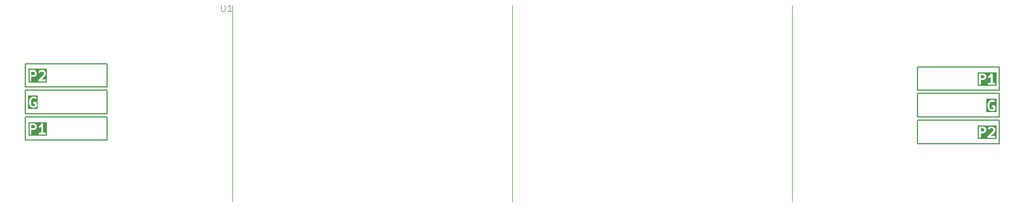
<source format=gbr>
%TF.GenerationSoftware,KiCad,Pcbnew,8.0.2*%
%TF.CreationDate,2024-05-21T15:52:10+02:00*%
%TF.ProjectId,HYDRA_VMM3_Adapter,48594452-415f-4564-9d4d-335f41646170,0*%
%TF.SameCoordinates,Original*%
%TF.FileFunction,Legend,Top*%
%TF.FilePolarity,Positive*%
%FSLAX46Y46*%
G04 Gerber Fmt 4.6, Leading zero omitted, Abs format (unit mm)*
G04 Created by KiCad (PCBNEW 8.0.2) date 2024-05-21 15:52:10*
%MOMM*%
%LPD*%
G01*
G04 APERTURE LIST*
%ADD10C,0.200000*%
%ADD11C,0.300000*%
%ADD12C,0.100000*%
G04 APERTURE END LIST*
D10*
X170425000Y-68882500D02*
X183325000Y-68882500D01*
X183325000Y-72582500D01*
X170425000Y-72582500D01*
X170425000Y-68882500D01*
X30025000Y-64157500D02*
X42925000Y-64157500D01*
X42925000Y-67857500D01*
X30025000Y-67857500D01*
X30025000Y-64157500D01*
X30025000Y-68357500D02*
X42925000Y-68357500D01*
X42925000Y-72057500D01*
X30025000Y-72057500D01*
X30025000Y-68357500D01*
X30025000Y-59957500D02*
X42925000Y-59957500D01*
X42925000Y-63657500D01*
X30025000Y-63657500D01*
X30025000Y-59957500D01*
X170425000Y-60482500D02*
X183325000Y-60482500D01*
X183325000Y-64182500D01*
X170425000Y-64182500D01*
X170425000Y-60482500D01*
X170425000Y-64682500D02*
X183325000Y-64682500D01*
X183325000Y-68382500D01*
X170425000Y-68382500D01*
X170425000Y-64682500D01*
D11*
G36*
X32053320Y-67120995D02*
G01*
X30491415Y-67120995D01*
X30491415Y-65947185D01*
X30658082Y-65947185D01*
X30660523Y-66153542D01*
X30658259Y-66168762D01*
X30660916Y-66186732D01*
X30660964Y-66190735D01*
X30661811Y-66192779D01*
X30662561Y-66197851D01*
X30733818Y-66472471D01*
X30734837Y-66486804D01*
X30743225Y-66508724D01*
X30743882Y-66511256D01*
X30744526Y-66512126D01*
X30745346Y-66514267D01*
X30819356Y-66656810D01*
X30826218Y-66673377D01*
X30830953Y-66679147D01*
X30832440Y-66682010D01*
X30835433Y-66684606D01*
X30844873Y-66696108D01*
X30973790Y-66821853D01*
X30975297Y-66824867D01*
X30989582Y-66837257D01*
X31010460Y-66857621D01*
X31015439Y-66859683D01*
X31019511Y-66863215D01*
X31046362Y-66875203D01*
X31260991Y-66944061D01*
X31278818Y-66951446D01*
X31286306Y-66952183D01*
X31289322Y-66953151D01*
X31293276Y-66952869D01*
X31308082Y-66954328D01*
X31452289Y-66951913D01*
X31469699Y-66953151D01*
X31476958Y-66951500D01*
X31480203Y-66951446D01*
X31483860Y-66949930D01*
X31498373Y-66946631D01*
X31690936Y-66880018D01*
X31694489Y-66880018D01*
X31712483Y-66872564D01*
X31739510Y-66863215D01*
X31743583Y-66859681D01*
X31748561Y-66857620D01*
X31771292Y-66838965D01*
X31861374Y-66744806D01*
X31881545Y-66696108D01*
X31883771Y-66690735D01*
X31886653Y-66661471D01*
X31883771Y-66132207D01*
X31861373Y-66078135D01*
X31819989Y-66036751D01*
X31765917Y-66014353D01*
X31736653Y-66011471D01*
X31421675Y-66014353D01*
X31367603Y-66036751D01*
X31326219Y-66078135D01*
X31303821Y-66132207D01*
X31303821Y-66190735D01*
X31326219Y-66244807D01*
X31367603Y-66286191D01*
X31421675Y-66308589D01*
X31450939Y-66311471D01*
X31587462Y-66310221D01*
X31589034Y-66598838D01*
X31586594Y-66601388D01*
X31432674Y-66654633D01*
X31337447Y-66656228D01*
X31177332Y-66604859D01*
X31076623Y-66506627D01*
X31023192Y-66403720D01*
X30957974Y-66152373D01*
X30955865Y-65974160D01*
X31016225Y-65723249D01*
X31070108Y-65611246D01*
X31171071Y-65507736D01*
X31326075Y-65454115D01*
X31483879Y-65452247D01*
X31625606Y-65520430D01*
X31683986Y-65524579D01*
X31739508Y-65506072D01*
X31783724Y-65467725D01*
X31809898Y-65415376D01*
X31814047Y-65356996D01*
X31795539Y-65301473D01*
X31757193Y-65257258D01*
X31732307Y-65241593D01*
X31607782Y-65181686D01*
X31605704Y-65179608D01*
X31589572Y-65172926D01*
X31561987Y-65159655D01*
X31556612Y-65159273D01*
X31551632Y-65157210D01*
X31522368Y-65154328D01*
X31308376Y-65156860D01*
X31289321Y-65155506D01*
X31281992Y-65157172D01*
X31278818Y-65157210D01*
X31275156Y-65158726D01*
X31260647Y-65162026D01*
X31068087Y-65228639D01*
X31064533Y-65228639D01*
X31046524Y-65236098D01*
X31019511Y-65245443D01*
X31015441Y-65248972D01*
X31010460Y-65251036D01*
X30987730Y-65269691D01*
X30846708Y-65414271D01*
X30832440Y-65426646D01*
X30828439Y-65433001D01*
X30826218Y-65435279D01*
X30824702Y-65438938D01*
X30816775Y-65451532D01*
X30751632Y-65586939D01*
X30743882Y-65597400D01*
X30736038Y-65619354D01*
X30734837Y-65621852D01*
X30734760Y-65622932D01*
X30733989Y-65625091D01*
X30667120Y-65903059D01*
X30660964Y-65917921D01*
X30659175Y-65936086D01*
X30658259Y-65939894D01*
X30658584Y-65942081D01*
X30658082Y-65947185D01*
X30491415Y-65947185D01*
X30491415Y-64987661D01*
X32053320Y-64987661D01*
X32053320Y-67120995D01*
G37*
G36*
X180878384Y-61820180D02*
G01*
X180917050Y-61857171D01*
X180963724Y-61947068D01*
X180965426Y-62090839D01*
X180922493Y-62180081D01*
X180885502Y-62218746D01*
X180796044Y-62265193D01*
X180404578Y-62267071D01*
X180403657Y-61778620D01*
X180788162Y-61776775D01*
X180878384Y-61820180D01*
G37*
G36*
X182855703Y-63445995D02*
G01*
X179939536Y-63445995D01*
X179939536Y-61629328D01*
X180106203Y-61629328D01*
X180109085Y-63158592D01*
X180131483Y-63212664D01*
X180172867Y-63254048D01*
X180226939Y-63276446D01*
X180285467Y-63276446D01*
X180339539Y-63254048D01*
X180380923Y-63212664D01*
X180403321Y-63158592D01*
X180406203Y-63129328D01*
X180405138Y-62564327D01*
X180804512Y-62562411D01*
X180808870Y-62563864D01*
X180831111Y-62562283D01*
X180856896Y-62562160D01*
X180861874Y-62560097D01*
X180867250Y-62559716D01*
X180894714Y-62549206D01*
X181037255Y-62475197D01*
X181053824Y-62468335D01*
X181059594Y-62463599D01*
X181062457Y-62462113D01*
X181065053Y-62459119D01*
X181076555Y-62449680D01*
X181148456Y-62374524D01*
X181160417Y-62364152D01*
X181164334Y-62357928D01*
X181166639Y-62355520D01*
X181168155Y-62351858D01*
X181176082Y-62339267D01*
X181235988Y-62214741D01*
X181238066Y-62212664D01*
X181244744Y-62196541D01*
X181258020Y-62168946D01*
X181258401Y-62163570D01*
X181260464Y-62158592D01*
X181263346Y-62129328D01*
X181262279Y-62039139D01*
X181535953Y-62039139D01*
X181540102Y-62097519D01*
X181566276Y-62149868D01*
X181610491Y-62188215D01*
X181666014Y-62206722D01*
X181724394Y-62202573D01*
X181751857Y-62192064D01*
X181894399Y-62118054D01*
X181910967Y-62111192D01*
X181916737Y-62106456D01*
X181919600Y-62104970D01*
X181922196Y-62101976D01*
X181933698Y-62092537D01*
X181964160Y-62061306D01*
X181965893Y-62981200D01*
X181655511Y-62982210D01*
X181601439Y-63004608D01*
X181560055Y-63045992D01*
X181537657Y-63100064D01*
X181537657Y-63158592D01*
X181560055Y-63212664D01*
X181601439Y-63254048D01*
X181655511Y-63276446D01*
X181684775Y-63279328D01*
X182571182Y-63276446D01*
X182625254Y-63254048D01*
X182666638Y-63212664D01*
X182689036Y-63158592D01*
X182689036Y-63100064D01*
X182666638Y-63045992D01*
X182625254Y-63004608D01*
X182571182Y-62982210D01*
X182541918Y-62979328D01*
X182263065Y-62980234D01*
X182260545Y-61643327D01*
X182263346Y-61629170D01*
X182260491Y-61614900D01*
X182260464Y-61600064D01*
X182254780Y-61586343D01*
X182251868Y-61571781D01*
X182243689Y-61559568D01*
X182238066Y-61545992D01*
X182227567Y-61535493D01*
X182219302Y-61523151D01*
X182207071Y-61514997D01*
X182196682Y-61504608D01*
X182182963Y-61498925D01*
X182170603Y-61490685D01*
X182156184Y-61487832D01*
X182142610Y-61482210D01*
X182127759Y-61482210D01*
X182113189Y-61479328D01*
X182098779Y-61482210D01*
X182084082Y-61482210D01*
X182070360Y-61487893D01*
X182055799Y-61490806D01*
X182043586Y-61498984D01*
X182030010Y-61504608D01*
X182019511Y-61515106D01*
X182007169Y-61523372D01*
X181988737Y-61545880D01*
X181988626Y-61545992D01*
X181988605Y-61546042D01*
X181988539Y-61546123D01*
X181862187Y-61739839D01*
X181744218Y-61860786D01*
X181592807Y-61939401D01*
X181554460Y-61983616D01*
X181535953Y-62039139D01*
X181262279Y-62039139D01*
X181261071Y-61937094D01*
X181262168Y-61933804D01*
X181260805Y-61914625D01*
X181260464Y-61885778D01*
X181258401Y-61880799D01*
X181258020Y-61875424D01*
X181247510Y-61847961D01*
X181173501Y-61705418D01*
X181166638Y-61688849D01*
X181161902Y-61683078D01*
X181160417Y-61680218D01*
X181157425Y-61677623D01*
X181147983Y-61666118D01*
X181072836Y-61594225D01*
X181062457Y-61582258D01*
X181056228Y-61578337D01*
X181053823Y-61576036D01*
X181050166Y-61574521D01*
X181037571Y-61566593D01*
X180913046Y-61506686D01*
X180910968Y-61504608D01*
X180894836Y-61497926D01*
X180867251Y-61484655D01*
X180861876Y-61484273D01*
X180856896Y-61482210D01*
X180827632Y-61479328D01*
X180226939Y-61482210D01*
X180172867Y-61504608D01*
X180131483Y-61545992D01*
X180109085Y-61600064D01*
X180106203Y-61629328D01*
X179939536Y-61629328D01*
X179939536Y-61312661D01*
X182855703Y-61312661D01*
X182855703Y-63445995D01*
G37*
G36*
X180878384Y-70220180D02*
G01*
X180917050Y-70257171D01*
X180963724Y-70347068D01*
X180965426Y-70490839D01*
X180922493Y-70580081D01*
X180885502Y-70618746D01*
X180796044Y-70665193D01*
X180404578Y-70667071D01*
X180403657Y-70178620D01*
X180788162Y-70176775D01*
X180878384Y-70220180D01*
G37*
G36*
X182858585Y-71845995D02*
G01*
X179939536Y-71845995D01*
X179939536Y-70029328D01*
X180106203Y-70029328D01*
X180109085Y-71558592D01*
X180131483Y-71612664D01*
X180172867Y-71654048D01*
X180226939Y-71676446D01*
X180285467Y-71676446D01*
X180339539Y-71654048D01*
X180380923Y-71612664D01*
X180403321Y-71558592D01*
X180406203Y-71529328D01*
X180406148Y-71500065D01*
X181466228Y-71500065D01*
X181466228Y-71558591D01*
X181488625Y-71612663D01*
X181530011Y-71654049D01*
X181561685Y-71667168D01*
X181584082Y-71676446D01*
X181613346Y-71679328D01*
X182571182Y-71676446D01*
X182625254Y-71654048D01*
X182666638Y-71612664D01*
X182689036Y-71558592D01*
X182689036Y-71500064D01*
X182666638Y-71445992D01*
X182625254Y-71404608D01*
X182571182Y-71382210D01*
X182541918Y-71379328D01*
X181972586Y-71381041D01*
X182557983Y-70792920D01*
X182562455Y-70790685D01*
X182577667Y-70773145D01*
X182595210Y-70755521D01*
X182597273Y-70750539D01*
X182600803Y-70746470D01*
X182612791Y-70719620D01*
X182681648Y-70504999D01*
X182689036Y-70487164D01*
X182689773Y-70479672D01*
X182690740Y-70476661D01*
X182690459Y-70472711D01*
X182691918Y-70457900D01*
X182689883Y-70336373D01*
X182690740Y-70333803D01*
X182689562Y-70317238D01*
X182689036Y-70285778D01*
X182686972Y-70280797D01*
X182686591Y-70275423D01*
X182676082Y-70247959D01*
X182602071Y-70105416D01*
X182595210Y-70088849D01*
X182590473Y-70083077D01*
X182588988Y-70080217D01*
X182585995Y-70077621D01*
X182576555Y-70066119D01*
X182501405Y-69994222D01*
X182491029Y-69982258D01*
X182484803Y-69978339D01*
X182482396Y-69976036D01*
X182478736Y-69974520D01*
X182466143Y-69966593D01*
X182341615Y-69906684D01*
X182339539Y-69904608D01*
X182323421Y-69897931D01*
X182295822Y-69884654D01*
X182290444Y-69884271D01*
X182285467Y-69882210D01*
X182256203Y-69879328D01*
X181921770Y-69881822D01*
X181917822Y-69880506D01*
X181896659Y-69882009D01*
X181869797Y-69882210D01*
X181864819Y-69884271D01*
X181859442Y-69884654D01*
X181831979Y-69895164D01*
X181689436Y-69969173D01*
X181672867Y-69976036D01*
X181667095Y-69980772D01*
X181664235Y-69982258D01*
X181661639Y-69985250D01*
X181650137Y-69994691D01*
X181560054Y-70088850D01*
X181537657Y-70142922D01*
X181537657Y-70201448D01*
X181560054Y-70255520D01*
X181601440Y-70296906D01*
X181655512Y-70319303D01*
X181714038Y-70319303D01*
X181768110Y-70296906D01*
X181790841Y-70278251D01*
X181841189Y-70225624D01*
X181930813Y-70179091D01*
X182217107Y-70176955D01*
X182306957Y-70220181D01*
X182345621Y-70257171D01*
X182392459Y-70347382D01*
X182393818Y-70428536D01*
X182342663Y-70587979D01*
X181488625Y-71445993D01*
X181466228Y-71500065D01*
X180406148Y-71500065D01*
X180405138Y-70964327D01*
X180804512Y-70962411D01*
X180808870Y-70963864D01*
X180831111Y-70962283D01*
X180856896Y-70962160D01*
X180861874Y-70960097D01*
X180867250Y-70959716D01*
X180894714Y-70949206D01*
X181037255Y-70875197D01*
X181053824Y-70868335D01*
X181059594Y-70863599D01*
X181062457Y-70862113D01*
X181065053Y-70859119D01*
X181076555Y-70849680D01*
X181148456Y-70774524D01*
X181160417Y-70764152D01*
X181164334Y-70757928D01*
X181166639Y-70755520D01*
X181168155Y-70751858D01*
X181176082Y-70739267D01*
X181235988Y-70614741D01*
X181238066Y-70612664D01*
X181244744Y-70596541D01*
X181258020Y-70568946D01*
X181258401Y-70563570D01*
X181260464Y-70558592D01*
X181263346Y-70529328D01*
X181261071Y-70337094D01*
X181262168Y-70333804D01*
X181260805Y-70314625D01*
X181260464Y-70285778D01*
X181258401Y-70280799D01*
X181258020Y-70275424D01*
X181247510Y-70247961D01*
X181173501Y-70105418D01*
X181166638Y-70088849D01*
X181161902Y-70083078D01*
X181160417Y-70080218D01*
X181157425Y-70077623D01*
X181147983Y-70066118D01*
X181072836Y-69994225D01*
X181062457Y-69982258D01*
X181056228Y-69978337D01*
X181053823Y-69976036D01*
X181050166Y-69974521D01*
X181037571Y-69966593D01*
X180913046Y-69906686D01*
X180910968Y-69904608D01*
X180894836Y-69897926D01*
X180867251Y-69884655D01*
X180861876Y-69884273D01*
X180856896Y-69882210D01*
X180827632Y-69879328D01*
X180226939Y-69882210D01*
X180172867Y-69904608D01*
X180131483Y-69945992D01*
X180109085Y-70000064D01*
X180106203Y-70029328D01*
X179939536Y-70029328D01*
X179939536Y-69712661D01*
X182858585Y-69712661D01*
X182858585Y-71845995D01*
G37*
G36*
X31501691Y-69695180D02*
G01*
X31540357Y-69732171D01*
X31587031Y-69822068D01*
X31588733Y-69965839D01*
X31545800Y-70055081D01*
X31508809Y-70093746D01*
X31419351Y-70140193D01*
X31027885Y-70142071D01*
X31026964Y-69653620D01*
X31411469Y-69651775D01*
X31501691Y-69695180D01*
G37*
G36*
X33479010Y-71320995D02*
G01*
X30562843Y-71320995D01*
X30562843Y-69504328D01*
X30729510Y-69504328D01*
X30732392Y-71033592D01*
X30754790Y-71087664D01*
X30796174Y-71129048D01*
X30850246Y-71151446D01*
X30908774Y-71151446D01*
X30962846Y-71129048D01*
X31004230Y-71087664D01*
X31026628Y-71033592D01*
X31029510Y-71004328D01*
X31028445Y-70439327D01*
X31427819Y-70437411D01*
X31432177Y-70438864D01*
X31454418Y-70437283D01*
X31480203Y-70437160D01*
X31485181Y-70435097D01*
X31490557Y-70434716D01*
X31518021Y-70424206D01*
X31660562Y-70350197D01*
X31677131Y-70343335D01*
X31682901Y-70338599D01*
X31685764Y-70337113D01*
X31688360Y-70334119D01*
X31699862Y-70324680D01*
X31771763Y-70249524D01*
X31783724Y-70239152D01*
X31787641Y-70232928D01*
X31789946Y-70230520D01*
X31791462Y-70226858D01*
X31799389Y-70214267D01*
X31859295Y-70089741D01*
X31861373Y-70087664D01*
X31868051Y-70071541D01*
X31881327Y-70043946D01*
X31881708Y-70038570D01*
X31883771Y-70033592D01*
X31886653Y-70004328D01*
X31885586Y-69914139D01*
X32159260Y-69914139D01*
X32163409Y-69972519D01*
X32189583Y-70024868D01*
X32233798Y-70063215D01*
X32289321Y-70081722D01*
X32347701Y-70077573D01*
X32375164Y-70067064D01*
X32517706Y-69993054D01*
X32534274Y-69986192D01*
X32540044Y-69981456D01*
X32542907Y-69979970D01*
X32545503Y-69976976D01*
X32557005Y-69967537D01*
X32587467Y-69936306D01*
X32589200Y-70856200D01*
X32278818Y-70857210D01*
X32224746Y-70879608D01*
X32183362Y-70920992D01*
X32160964Y-70975064D01*
X32160964Y-71033592D01*
X32183362Y-71087664D01*
X32224746Y-71129048D01*
X32278818Y-71151446D01*
X32308082Y-71154328D01*
X33194489Y-71151446D01*
X33248561Y-71129048D01*
X33289945Y-71087664D01*
X33312343Y-71033592D01*
X33312343Y-70975064D01*
X33289945Y-70920992D01*
X33248561Y-70879608D01*
X33194489Y-70857210D01*
X33165225Y-70854328D01*
X32886372Y-70855234D01*
X32883852Y-69518327D01*
X32886653Y-69504170D01*
X32883798Y-69489900D01*
X32883771Y-69475064D01*
X32878087Y-69461343D01*
X32875175Y-69446781D01*
X32866996Y-69434568D01*
X32861373Y-69420992D01*
X32850874Y-69410493D01*
X32842609Y-69398151D01*
X32830378Y-69389997D01*
X32819989Y-69379608D01*
X32806270Y-69373925D01*
X32793910Y-69365685D01*
X32779491Y-69362832D01*
X32765917Y-69357210D01*
X32751066Y-69357210D01*
X32736496Y-69354328D01*
X32722086Y-69357210D01*
X32707389Y-69357210D01*
X32693667Y-69362893D01*
X32679106Y-69365806D01*
X32666893Y-69373984D01*
X32653317Y-69379608D01*
X32642818Y-69390106D01*
X32630476Y-69398372D01*
X32612044Y-69420880D01*
X32611933Y-69420992D01*
X32611912Y-69421042D01*
X32611846Y-69421123D01*
X32485494Y-69614839D01*
X32367525Y-69735786D01*
X32216114Y-69814401D01*
X32177767Y-69858616D01*
X32159260Y-69914139D01*
X31885586Y-69914139D01*
X31884378Y-69812094D01*
X31885475Y-69808804D01*
X31884112Y-69789625D01*
X31883771Y-69760778D01*
X31881708Y-69755799D01*
X31881327Y-69750424D01*
X31870817Y-69722961D01*
X31796808Y-69580418D01*
X31789945Y-69563849D01*
X31785209Y-69558078D01*
X31783724Y-69555218D01*
X31780732Y-69552623D01*
X31771290Y-69541118D01*
X31696143Y-69469225D01*
X31685764Y-69457258D01*
X31679535Y-69453337D01*
X31677130Y-69451036D01*
X31673473Y-69449521D01*
X31660878Y-69441593D01*
X31536353Y-69381686D01*
X31534275Y-69379608D01*
X31518143Y-69372926D01*
X31490558Y-69359655D01*
X31485183Y-69359273D01*
X31480203Y-69357210D01*
X31450939Y-69354328D01*
X30850246Y-69357210D01*
X30796174Y-69379608D01*
X30754790Y-69420992D01*
X30732392Y-69475064D01*
X30729510Y-69504328D01*
X30562843Y-69504328D01*
X30562843Y-69187661D01*
X33479010Y-69187661D01*
X33479010Y-71320995D01*
G37*
G36*
X31501691Y-61295180D02*
G01*
X31540357Y-61332171D01*
X31587031Y-61422068D01*
X31588733Y-61565839D01*
X31545800Y-61655081D01*
X31508809Y-61693746D01*
X31419351Y-61740193D01*
X31027885Y-61742071D01*
X31026964Y-61253620D01*
X31411469Y-61251775D01*
X31501691Y-61295180D01*
G37*
G36*
X33481892Y-62920995D02*
G01*
X30562843Y-62920995D01*
X30562843Y-61104328D01*
X30729510Y-61104328D01*
X30732392Y-62633592D01*
X30754790Y-62687664D01*
X30796174Y-62729048D01*
X30850246Y-62751446D01*
X30908774Y-62751446D01*
X30962846Y-62729048D01*
X31004230Y-62687664D01*
X31026628Y-62633592D01*
X31029510Y-62604328D01*
X31029455Y-62575065D01*
X32089535Y-62575065D01*
X32089535Y-62633591D01*
X32111932Y-62687663D01*
X32153318Y-62729049D01*
X32184992Y-62742168D01*
X32207389Y-62751446D01*
X32236653Y-62754328D01*
X33194489Y-62751446D01*
X33248561Y-62729048D01*
X33289945Y-62687664D01*
X33312343Y-62633592D01*
X33312343Y-62575064D01*
X33289945Y-62520992D01*
X33248561Y-62479608D01*
X33194489Y-62457210D01*
X33165225Y-62454328D01*
X32595893Y-62456041D01*
X33181290Y-61867920D01*
X33185762Y-61865685D01*
X33200974Y-61848145D01*
X33218517Y-61830521D01*
X33220580Y-61825539D01*
X33224110Y-61821470D01*
X33236098Y-61794620D01*
X33304955Y-61579999D01*
X33312343Y-61562164D01*
X33313080Y-61554672D01*
X33314047Y-61551661D01*
X33313766Y-61547711D01*
X33315225Y-61532900D01*
X33313190Y-61411373D01*
X33314047Y-61408803D01*
X33312869Y-61392238D01*
X33312343Y-61360778D01*
X33310279Y-61355797D01*
X33309898Y-61350423D01*
X33299389Y-61322959D01*
X33225378Y-61180416D01*
X33218517Y-61163849D01*
X33213780Y-61158077D01*
X33212295Y-61155217D01*
X33209302Y-61152621D01*
X33199862Y-61141119D01*
X33124712Y-61069222D01*
X33114336Y-61057258D01*
X33108110Y-61053339D01*
X33105703Y-61051036D01*
X33102043Y-61049520D01*
X33089450Y-61041593D01*
X32964922Y-60981684D01*
X32962846Y-60979608D01*
X32946728Y-60972931D01*
X32919129Y-60959654D01*
X32913751Y-60959271D01*
X32908774Y-60957210D01*
X32879510Y-60954328D01*
X32545077Y-60956822D01*
X32541129Y-60955506D01*
X32519966Y-60957009D01*
X32493104Y-60957210D01*
X32488126Y-60959271D01*
X32482749Y-60959654D01*
X32455286Y-60970164D01*
X32312743Y-61044173D01*
X32296174Y-61051036D01*
X32290402Y-61055772D01*
X32287542Y-61057258D01*
X32284946Y-61060250D01*
X32273444Y-61069691D01*
X32183361Y-61163850D01*
X32160964Y-61217922D01*
X32160964Y-61276448D01*
X32183361Y-61330520D01*
X32224747Y-61371906D01*
X32278819Y-61394303D01*
X32337345Y-61394303D01*
X32391417Y-61371906D01*
X32414148Y-61353251D01*
X32464496Y-61300624D01*
X32554120Y-61254091D01*
X32840414Y-61251955D01*
X32930264Y-61295181D01*
X32968928Y-61332171D01*
X33015766Y-61422382D01*
X33017125Y-61503536D01*
X32965970Y-61662979D01*
X32111932Y-62520993D01*
X32089535Y-62575065D01*
X31029455Y-62575065D01*
X31028445Y-62039327D01*
X31427819Y-62037411D01*
X31432177Y-62038864D01*
X31454418Y-62037283D01*
X31480203Y-62037160D01*
X31485181Y-62035097D01*
X31490557Y-62034716D01*
X31518021Y-62024206D01*
X31660562Y-61950197D01*
X31677131Y-61943335D01*
X31682901Y-61938599D01*
X31685764Y-61937113D01*
X31688360Y-61934119D01*
X31699862Y-61924680D01*
X31771763Y-61849524D01*
X31783724Y-61839152D01*
X31787641Y-61832928D01*
X31789946Y-61830520D01*
X31791462Y-61826858D01*
X31799389Y-61814267D01*
X31859295Y-61689741D01*
X31861373Y-61687664D01*
X31868051Y-61671541D01*
X31881327Y-61643946D01*
X31881708Y-61638570D01*
X31883771Y-61633592D01*
X31886653Y-61604328D01*
X31884378Y-61412094D01*
X31885475Y-61408804D01*
X31884112Y-61389625D01*
X31883771Y-61360778D01*
X31881708Y-61355799D01*
X31881327Y-61350424D01*
X31870817Y-61322961D01*
X31796808Y-61180418D01*
X31789945Y-61163849D01*
X31785209Y-61158078D01*
X31783724Y-61155218D01*
X31780732Y-61152623D01*
X31771290Y-61141118D01*
X31696143Y-61069225D01*
X31685764Y-61057258D01*
X31679535Y-61053337D01*
X31677130Y-61051036D01*
X31673473Y-61049521D01*
X31660878Y-61041593D01*
X31536353Y-60981686D01*
X31534275Y-60979608D01*
X31518143Y-60972926D01*
X31490558Y-60959655D01*
X31485183Y-60959273D01*
X31480203Y-60957210D01*
X31450939Y-60954328D01*
X30850246Y-60957210D01*
X30796174Y-60979608D01*
X30754790Y-61020992D01*
X30732392Y-61075064D01*
X30729510Y-61104328D01*
X30562843Y-61104328D01*
X30562843Y-60787661D01*
X33481892Y-60787661D01*
X33481892Y-62920995D01*
G37*
G36*
X182858584Y-67645995D02*
G01*
X181296679Y-67645995D01*
X181296679Y-66472185D01*
X181463346Y-66472185D01*
X181465787Y-66678542D01*
X181463523Y-66693762D01*
X181466180Y-66711732D01*
X181466228Y-66715735D01*
X181467075Y-66717779D01*
X181467825Y-66722851D01*
X181539082Y-66997471D01*
X181540101Y-67011804D01*
X181548489Y-67033724D01*
X181549146Y-67036256D01*
X181549790Y-67037126D01*
X181550610Y-67039267D01*
X181624620Y-67181810D01*
X181631482Y-67198377D01*
X181636217Y-67204147D01*
X181637704Y-67207010D01*
X181640697Y-67209606D01*
X181650137Y-67221108D01*
X181779054Y-67346853D01*
X181780561Y-67349867D01*
X181794846Y-67362257D01*
X181815724Y-67382621D01*
X181820703Y-67384683D01*
X181824775Y-67388215D01*
X181851626Y-67400203D01*
X182066255Y-67469061D01*
X182084082Y-67476446D01*
X182091570Y-67477183D01*
X182094586Y-67478151D01*
X182098540Y-67477869D01*
X182113346Y-67479328D01*
X182257553Y-67476913D01*
X182274963Y-67478151D01*
X182282222Y-67476500D01*
X182285467Y-67476446D01*
X182289124Y-67474930D01*
X182303637Y-67471631D01*
X182496200Y-67405018D01*
X182499753Y-67405018D01*
X182517747Y-67397564D01*
X182544774Y-67388215D01*
X182548847Y-67384681D01*
X182553825Y-67382620D01*
X182576556Y-67363965D01*
X182666638Y-67269806D01*
X182686809Y-67221108D01*
X182689035Y-67215735D01*
X182691917Y-67186471D01*
X182689035Y-66657207D01*
X182666637Y-66603135D01*
X182625253Y-66561751D01*
X182571181Y-66539353D01*
X182541917Y-66536471D01*
X182226939Y-66539353D01*
X182172867Y-66561751D01*
X182131483Y-66603135D01*
X182109085Y-66657207D01*
X182109085Y-66715735D01*
X182131483Y-66769807D01*
X182172867Y-66811191D01*
X182226939Y-66833589D01*
X182256203Y-66836471D01*
X182392726Y-66835221D01*
X182394298Y-67123838D01*
X182391858Y-67126388D01*
X182237938Y-67179633D01*
X182142711Y-67181228D01*
X181982596Y-67129859D01*
X181881887Y-67031627D01*
X181828456Y-66928720D01*
X181763238Y-66677373D01*
X181761129Y-66499160D01*
X181821489Y-66248249D01*
X181875372Y-66136246D01*
X181976335Y-66032736D01*
X182131339Y-65979115D01*
X182289143Y-65977247D01*
X182430870Y-66045430D01*
X182489250Y-66049579D01*
X182544772Y-66031072D01*
X182588988Y-65992725D01*
X182615162Y-65940376D01*
X182619311Y-65881996D01*
X182600803Y-65826473D01*
X182562457Y-65782258D01*
X182537571Y-65766593D01*
X182413046Y-65706686D01*
X182410968Y-65704608D01*
X182394836Y-65697926D01*
X182367251Y-65684655D01*
X182361876Y-65684273D01*
X182356896Y-65682210D01*
X182327632Y-65679328D01*
X182113640Y-65681860D01*
X182094585Y-65680506D01*
X182087256Y-65682172D01*
X182084082Y-65682210D01*
X182080420Y-65683726D01*
X182065911Y-65687026D01*
X181873351Y-65753639D01*
X181869797Y-65753639D01*
X181851788Y-65761098D01*
X181824775Y-65770443D01*
X181820705Y-65773972D01*
X181815724Y-65776036D01*
X181792994Y-65794691D01*
X181651972Y-65939271D01*
X181637704Y-65951646D01*
X181633703Y-65958001D01*
X181631482Y-65960279D01*
X181629966Y-65963938D01*
X181622039Y-65976532D01*
X181556896Y-66111939D01*
X181549146Y-66122400D01*
X181541302Y-66144354D01*
X181540101Y-66146852D01*
X181540024Y-66147932D01*
X181539253Y-66150091D01*
X181472384Y-66428059D01*
X181466228Y-66442921D01*
X181464439Y-66461086D01*
X181463523Y-66464894D01*
X181463848Y-66467081D01*
X181463346Y-66472185D01*
X181296679Y-66472185D01*
X181296679Y-65512661D01*
X182858584Y-65512661D01*
X182858584Y-67645995D01*
G37*
D12*
X60913095Y-50727419D02*
X60913095Y-51536942D01*
X60913095Y-51536942D02*
X60960714Y-51632180D01*
X60960714Y-51632180D02*
X61008333Y-51679800D01*
X61008333Y-51679800D02*
X61103571Y-51727419D01*
X61103571Y-51727419D02*
X61294047Y-51727419D01*
X61294047Y-51727419D02*
X61389285Y-51679800D01*
X61389285Y-51679800D02*
X61436904Y-51632180D01*
X61436904Y-51632180D02*
X61484523Y-51536942D01*
X61484523Y-51536942D02*
X61484523Y-50727419D01*
X62484523Y-51727419D02*
X61913095Y-51727419D01*
X62198809Y-51727419D02*
X62198809Y-50727419D01*
X62198809Y-50727419D02*
X62103571Y-50870276D01*
X62103571Y-50870276D02*
X62008333Y-50965514D01*
X62008333Y-50965514D02*
X61913095Y-51013133D01*
%TO.C,U1*%
X62675000Y-50770000D02*
X62675000Y-81770000D01*
X106675000Y-50770000D02*
X106675000Y-81770000D01*
X150675000Y-50770000D02*
X150675000Y-81770000D01*
%TD*%
M02*

</source>
